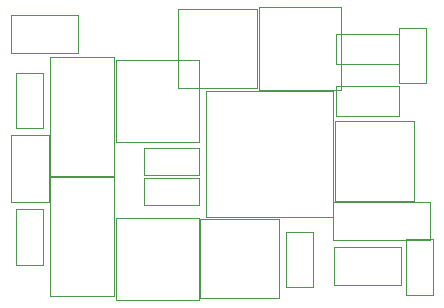
<source format=gbr>
G04 #@! TF.GenerationSoftware,KiCad,Pcbnew,(5.0.2)-1*
G04 #@! TF.CreationDate,2019-11-09T14:36:27+01:00*
G04 #@! TF.ProjectId,LM386Amplifier,4c4d3338-3641-46d7-906c-69666965722e,rev?*
G04 #@! TF.SameCoordinates,Original*
G04 #@! TF.FileFunction,Other,User*
%FSLAX46Y46*%
G04 Gerber Fmt 4.6, Leading zero omitted, Abs format (unit mm)*
G04 Created by KiCad (PCBNEW (5.0.2)-1) date 09/11/2019 14:36:27*
%MOMM*%
%LPD*%
G01*
G04 APERTURE LIST*
%ADD10C,0.100000*%
%ADD11C,0.050000*%
G04 APERTURE END LIST*
D10*
G04 #@! TO.C,C6*
X159258000Y-84455000D02*
X164592000Y-84455000D01*
X159258000Y-86995000D02*
X159258000Y-84455000D01*
X164592000Y-86995000D02*
X159258000Y-86995000D01*
X164592000Y-84455000D02*
X164592000Y-86995000D01*
G04 #@! TO.C,C4*
X159258000Y-80010000D02*
X164592000Y-80010000D01*
X159258000Y-82550000D02*
X159258000Y-80010000D01*
X164592000Y-82550000D02*
X159258000Y-82550000D01*
X164592000Y-80010000D02*
X164592000Y-82550000D01*
D11*
G04 #@! TO.C,P1*
X131750000Y-81610000D02*
X137450000Y-81610000D01*
X137450000Y-81610000D02*
X137450000Y-78410000D01*
X137450000Y-78410000D02*
X131750000Y-78410000D01*
X131750000Y-78410000D02*
X131750000Y-81610000D01*
G04 #@! TO.C,R4*
X166885000Y-79495000D02*
X164585000Y-79495000D01*
X164585000Y-79495000D02*
X164585000Y-84195000D01*
X164585000Y-84195000D02*
X166885000Y-84195000D01*
X166885000Y-84195000D02*
X166885000Y-79495000D01*
G04 #@! TO.C,R5*
X165220000Y-102115000D02*
X167520000Y-102115000D01*
X167520000Y-102115000D02*
X167520000Y-97415000D01*
X167520000Y-97415000D02*
X165220000Y-97415000D01*
X165220000Y-97415000D02*
X165220000Y-102115000D01*
G04 #@! TO.C,R3*
X155060000Y-101480000D02*
X157360000Y-101480000D01*
X157360000Y-101480000D02*
X157360000Y-96780000D01*
X157360000Y-96780000D02*
X155060000Y-96780000D01*
X155060000Y-96780000D02*
X155060000Y-101480000D01*
G04 #@! TO.C,R2*
X142995000Y-89655000D02*
X142995000Y-91955000D01*
X142995000Y-91955000D02*
X147695000Y-91955000D01*
X147695000Y-91955000D02*
X147695000Y-89655000D01*
X147695000Y-89655000D02*
X142995000Y-89655000D01*
G04 #@! TO.C,R1*
X142995000Y-92195000D02*
X142995000Y-94495000D01*
X142995000Y-94495000D02*
X147695000Y-94495000D01*
X147695000Y-94495000D02*
X147695000Y-92195000D01*
X147695000Y-92195000D02*
X142995000Y-92195000D01*
G04 #@! TO.C,R6*
X132200000Y-99575000D02*
X134500000Y-99575000D01*
X134500000Y-99575000D02*
X134500000Y-94875000D01*
X134500000Y-94875000D02*
X132200000Y-94875000D01*
X132200000Y-94875000D02*
X132200000Y-99575000D01*
G04 #@! TO.C,RV1*
X135095000Y-102215000D02*
X140495000Y-102215000D01*
X140495000Y-102215000D02*
X140495000Y-92115000D01*
X140495000Y-92115000D02*
X135095000Y-92115000D01*
X135095000Y-92115000D02*
X135095000Y-102215000D01*
G04 #@! TO.C,RV2*
X135095000Y-92055000D02*
X140495000Y-92055000D01*
X140495000Y-92055000D02*
X140495000Y-81955000D01*
X140495000Y-81955000D02*
X135095000Y-81955000D01*
X135095000Y-81955000D02*
X135095000Y-92055000D01*
G04 #@! TO.C,R7*
X134500000Y-83305000D02*
X132200000Y-83305000D01*
X132200000Y-83305000D02*
X132200000Y-88005000D01*
X132200000Y-88005000D02*
X134500000Y-88005000D01*
X134500000Y-88005000D02*
X134500000Y-83305000D01*
G04 #@! TO.C,P2*
X131750000Y-88570000D02*
X131750000Y-94270000D01*
X131750000Y-94270000D02*
X134950000Y-94270000D01*
X134950000Y-94270000D02*
X134950000Y-88570000D01*
X134950000Y-88570000D02*
X131750000Y-88570000D01*
G04 #@! TO.C,U1*
X148260000Y-95480000D02*
X159060000Y-95480000D01*
X159060000Y-95480000D02*
X159060000Y-84880000D01*
X159060000Y-84880000D02*
X148260000Y-84880000D01*
X148260000Y-84880000D02*
X148260000Y-95480000D01*
G04 #@! TO.C,C1*
X140645000Y-102580000D02*
X147645000Y-102580000D01*
X147645000Y-102580000D02*
X147645000Y-95580000D01*
X147645000Y-95580000D02*
X140645000Y-95580000D01*
X140645000Y-95580000D02*
X140645000Y-102580000D01*
G04 #@! TO.C,C2*
X147645000Y-82205000D02*
X140645000Y-82205000D01*
X140645000Y-82205000D02*
X140645000Y-89205000D01*
X140645000Y-89205000D02*
X147645000Y-89205000D01*
X147645000Y-89205000D02*
X147645000Y-82205000D01*
G04 #@! TO.C,C3*
X159730000Y-84780000D02*
X159730000Y-77780000D01*
X159730000Y-77780000D02*
X152730000Y-77780000D01*
X152730000Y-77780000D02*
X152730000Y-84780000D01*
X152730000Y-84780000D02*
X159730000Y-84780000D01*
G04 #@! TO.C,C5*
X154480000Y-95690000D02*
X147780000Y-95690000D01*
X147780000Y-95690000D02*
X147780000Y-102390000D01*
X147780000Y-102390000D02*
X154480000Y-102390000D01*
X154480000Y-102390000D02*
X154480000Y-95690000D01*
G04 #@! TO.C,C7*
X165910000Y-87435000D02*
X159210000Y-87435000D01*
X159210000Y-87435000D02*
X159210000Y-94135000D01*
X159210000Y-94135000D02*
X165910000Y-94135000D01*
X165910000Y-94135000D02*
X165910000Y-87435000D01*
G04 #@! TO.C,SP1*
X164795000Y-98095000D02*
X159095000Y-98095000D01*
X159095000Y-98095000D02*
X159095000Y-101295000D01*
X159095000Y-101295000D02*
X164795000Y-101295000D01*
X164795000Y-101295000D02*
X164795000Y-98095000D01*
G04 #@! TO.C,J1*
X159055000Y-97485000D02*
X167255000Y-97485000D01*
X167255000Y-97485000D02*
X167255000Y-94285000D01*
X167255000Y-94285000D02*
X159055000Y-94285000D01*
X159055000Y-94285000D02*
X159055000Y-97485000D01*
G04 #@! TO.C,C8*
X152595000Y-84630000D02*
X152595000Y-77930000D01*
X152595000Y-77930000D02*
X145895000Y-77930000D01*
X145895000Y-77930000D02*
X145895000Y-84630000D01*
X145895000Y-84630000D02*
X152595000Y-84630000D01*
G04 #@! TD*
M02*

</source>
